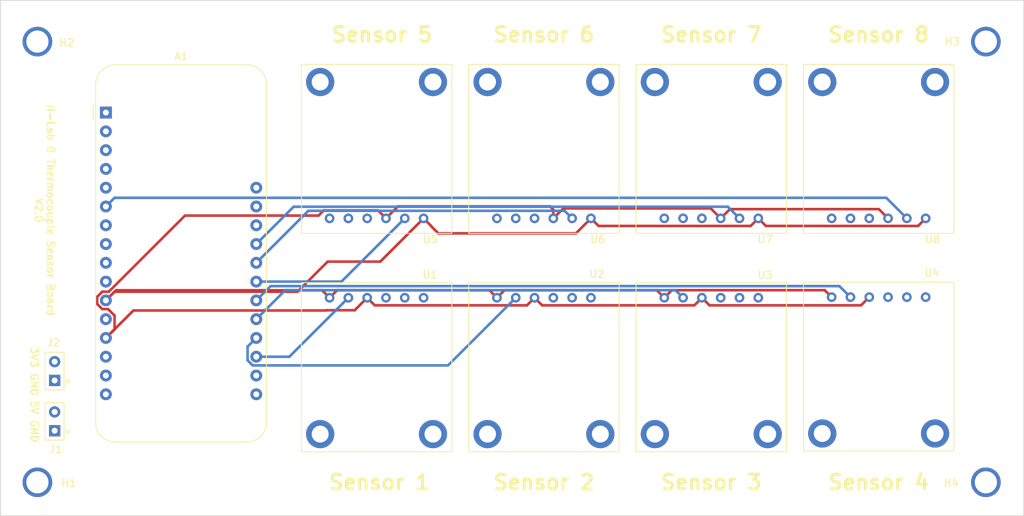
<source format=kicad_pcb>
(kicad_pcb (version 20211014) (generator pcbnew)
  (layers (0 "F.Cu" signal) (1 "In1.Cu" power "GND") (2 "In2.Cu" power "PWR") (31 "B.Cu" signal) (34 "B.Paste" user) (35 "F.Paste" user) (36 "B.SilkS" user "B.Silkscreen") (37 "F.SilkS" user "F.Silkscreen") (38 "B.Mask" user) (39 "F.Mask" user) (44 "Edge.Cuts" user))
  (net 0 "")
  (net 3 "GND")
  (net 6 "MISO")
  (net 8 "SCK")
  (net 13 "SS8")
  (net 16 "+3V3")
  (net 19 "SS7")
  (net 20 "SS6")
  (net 21 "SS5")
  (net 22 "SS4")
  (net 23 "SS3")
  (net 24 "SS2")
  (net 25 "SS1")
  (net 35 "+5V")
  (footprint "max:adafruit_max31855" (layer "F.Cu") (at 121.712 100.55 180)
    (fp_text reference "U2" (at -6.388 8.9 unlocked) (layer "F.SilkS"))
    (fp_text value "MAX31855")
    (fp_rect (start -9.398 -15.1384) (end 10.922 7.7216) (layer "F.SilkS") (width 0.12) (fill none))
    (pad "1" thru_hole circle locked (at -5.588 5.6896 180) (size 1.3 1.3) (drill 0.68) (layers *.Cu *.Mask))
    (pad "2" thru_hole circle locked (at -3.048 5.6896 180) (size 1.3 1.3) (drill 0.68) (layers *.Cu *.Mask) (net 16 "+3V3"))
    (pad "3" thru_hole circle locked (at -0.508 5.6896 180) (size 1.3 1.3) (drill 0.68) (layers *.Cu *.Mask) (net 3 "GND"))
    (pad "4" thru_hole circle locked (at 2.032 5.6896 180) (size 1.3 1.3) (drill 0.68) (layers *.Cu *.Mask) (net 6 "MISO"))
    (pad "5" thru_hole circle locked (at 4.572 5.6896 180) (size 1.3 1.3) (drill 0.68) (layers *.Cu *.Mask) (net 24 "SS2"))
    (pad "6" thru_hole circle locked (at 7.112 5.6896 180) (size 1.3 1.3) (drill 0.68) (layers *.Cu *.Mask) (net 8 "SCK"))
    (pad "SH" thru_hole circle locked (at 8.382 -12.7508 180) (size 3.81 3.81) (drill 2.286) (layers *.Cu *.Mask) (net 3 "GND"))
    (pad "SH" thru_hole circle locked (at -6.858 -12.7508 180) (size 3.81 3.81) (drill 2.286) (layers *.Cu *.Mask) (net 3 "GND"))
  )
  (footprint "max:adafruit_max31855" (layer "F.Cu") (at 165.412 78.4332)
    (fp_text reference "U8" (at 8.0264 8.5344 unlocked) (layer "F.SilkS"))
    (fp_text value "MAX31855")
    (fp_rect (start -9.398 -15.1384) (end 10.922 7.7216) (layer "F.SilkS") (width 0.12) (fill none))
    (pad "1" thru_hole circle locked (at -5.588 5.6896) (size 1.3 1.3) (drill 0.68) (layers *.Cu *.Mask))
    (pad "2" thru_hole circle locked (at -3.048 5.6896) (size 1.3 1.3) (drill 0.68) (layers *.Cu *.Mask) (net 16 "+3V3"))
    (pad "3" thru_hole circle locked (at -0.508 5.6896) (size 1.3 1.3) (drill 0.68) (layers *.Cu *.Mask) (net 3 "GND"))
    (pad "4" thru_hole circle locked (at 2.032 5.6896) (size 1.3 1.3) (drill 0.68) (layers *.Cu *.Mask) (net 6 "MISO"))
    (pad "5" thru_hole circle locked (at 4.572 5.6896) (size 1.3 1.3) (drill 0.68) (layers *.Cu *.Mask) (net 13 "SS8"))
    (pad "6" thru_hole circle locked (at 7.112 5.6896) (size 1.3 1.3) (drill 0.68) (layers *.Cu *.Mask) (net 8 "SCK"))
    (pad "SH" thru_hole circle locked (at 8.382 -12.7508) (size 3.81 3.81) (drill 2.286) (layers *.Cu *.Mask) (net 3 "GND"))
    (pad "SH" thru_hole circle locked (at -6.858 -12.7508) (size 3.81 3.81) (drill 2.286) (layers *.Cu *.Mask) (net 3 "GND"))
  )
  (footprint "max:adafruit_max31855" (layer "F.Cu") (at 99.1 100.55 180)
    (fp_text reference "U1" (at -6.45 8.825 unlocked) (layer "F.SilkS"))
    (fp_text value "MAX31855")
    (fp_rect (start -9.398 -15.1384) (end 10.922 7.7216) (layer "F.SilkS") (width 0.12) (fill none))
    (pad "1" thru_hole circle locked (at -5.588 5.6896 180) (size 1.3 1.3) (drill 0.68) (layers *.Cu *.Mask))
    (pad "2" thru_hole circle locked (at -3.048 5.6896 180) (size 1.3 1.3) (drill 0.68) (layers *.Cu *.Mask) (net 16 "+3V3"))
    (pad "3" thru_hole circle locked (at -0.508 5.6896 180) (size 1.3 1.3) (drill 0.68) (layers *.Cu *.Mask) (net 3 "GND"))
    (pad "4" thru_hole circle locked (at 2.032 5.6896 180) (size 1.3 1.3) (drill 0.68) (layers *.Cu *.Mask) (net 6 "MISO"))
    (pad "5" thru_hole circle locked (at 4.572 5.6896 180) (size 1.3 1.3) (drill 0.68) (layers *.Cu *.Mask) (net 25 "SS1"))
    (pad "6" thru_hole circle locked (at 7.112 5.6896 180) (size 1.3 1.3) (drill 0.68) (layers *.Cu *.Mask) (net 8 "SCK"))
    (pad "SH" thru_hole circle locked (at 8.382 -12.7508 180) (size 3.81 3.81) (drill 2.286) (layers *.Cu *.Mask) (net 3 "GND"))
    (pad "SH" thru_hole circle locked (at -6.858 -12.7508 180) (size 3.81 3.81) (drill 2.286) (layers *.Cu *.Mask) (net 3 "GND"))
  )
  (footprint "max:adafruit_max31855" (layer "F.Cu") (at 144.324 100.55 180)
    (fp_text reference "U3" (at -6.526 8.75 unlocked) (layer "F.SilkS"))
    (fp_text value "MAX31855")
    (fp_rect (start -9.398 -15.1384) (end 10.922 7.7216) (layer "F.SilkS") (width 0.12) (fill none))
    (pad "1" thru_hole circle locked (at -5.588 5.6896 180) (size 1.3 1.3) (drill 0.68) (layers *.Cu *.Mask))
    (pad "2" thru_hole circle locked (at -3.048 5.6896 180) (size 1.3 1.3) (drill 0.68) (layers *.Cu *.Mask) (net 16 "+3V3"))
    (pad "3" thru_hole circle locked (at -0.508 5.6896 180) (size 1.3 1.3) (drill 0.68) (layers *.Cu *.Mask) (net 3 "GND"))
    (pad "4" thru_hole circle locked (at 2.032 5.6896 180) (size 1.3 1.3) (drill 0.68) (layers *.Cu *.Mask) (net 6 "MISO"))
    (pad "5" thru_hole circle locked (at 4.572 5.6896 180) (size 1.3 1.3) (drill 0.68) (layers *.Cu *.Mask) (net 23 "SS3"))
    (pad "6" thru_hole circle locked (at 7.112 5.6896 180) (size 1.3 1.3) (drill 0.68) (layers *.Cu *.Mask) (net 8 "SCK"))
    (pad "SH" thru_hole circle locked (at 8.382 -12.7508 180) (size 3.81 3.81) (drill 2.286) (layers *.Cu *.Mask) (net 3 "GND"))
    (pad "SH" thru_hole circle locked (at -6.858 -12.7508 180) (size 3.81 3.81) (drill 2.286) (layers *.Cu *.Mask) (net 3 "GND"))
  )
  (footprint "max:adafruit_max31855" (layer "F.Cu") (at 166.936 100.4666 180)
    (fp_text reference "U4" (at -6.439 8.9666 unlocked) (layer "F.SilkS"))
    (fp_text value "MAX31855")
    (fp_rect (start -9.398 -15.1384) (end 10.922 7.7216) (layer "F.SilkS") (width 0.12) (fill none))
    (pad "1" thru_hole circle locked (at -5.588 5.6896 180) (size 1.3 1.3) (drill 0.68) (layers *.Cu *.Mask))
    (pad "2" thru_hole circle locked (at -3.048 5.6896 180) (size 1.3 1.3) (drill 0.68) (layers *.Cu *.Mask) (net 16 "+3V3"))
    (pad "3" thru_hole circle locked (at -0.508 5.6896 180) (size 1.3 1.3) (drill 0.68) (layers *.Cu *.Mask) (net 3 "GND"))
    (pad "4" thru_hole circle locked (at 2.032 5.6896 180) (size 1.3 1.3) (drill 0.68) (layers *.Cu *.Mask) (net 6 "MISO"))
    (pad "5" thru_hole circle locked (at 4.572 5.6896 180) (size 1.3 1.3) (drill 0.68) (layers *.Cu *.Mask) (net 22 "SS4"))
    (pad "6" thru_hole circle locked (at 7.112 5.6896 180) (size 1.3 1.3) (drill 0.68) (layers *.Cu *.Mask) (net 8 "SCK"))
    (pad "SH" thru_hole circle locked (at -6.858 -12.7508 180) (size 3.81 3.81) (drill 2.286) (layers *.Cu *.Mask) (net 3 "GND"))
    (pad "SH" thru_hole circle locked (at 8.382 -12.7508 180) (size 3.81 3.81) (drill 2.286) (layers *.Cu *.Mask) (net 3 "GND"))
  )
  (footprint "max:adafruit_max31855" (layer "F.Cu") (at 142.8 78.4332)
    (fp_text reference "U7" (at 8.0264 8.5344 unlocked) (layer "F.SilkS"))
    (fp_text value "MAX31855")
    (fp_rect (start -9.398 -15.1384) (end 10.922 7.7216) (layer "F.SilkS") (width 0.12) (fill none))
    (pad "1" thru_hole circle locked (at -5.588 5.6896) (size 1.3 1.3) (drill 0.68) (layers *.Cu *.Mask))
    (pad "2" thru_hole circle locked (at -3.048 5.6896) (size 1.3 1.3) (drill 0.68) (layers *.Cu *.Mask) (net 16 "+3V3"))
    (pad "3" thru_hole circle locked (at -0.508 5.6896) (size 1.3 1.3) (drill 0.68) (layers *.Cu *.Mask) (net 3 "GND"))
    (pad "4" thru_hole circle locked (at 2.032 5.6896) (size 1.3 1.3) (drill 0.68) (layers *.Cu *.Mask) (net 6 "MISO"))
    (pad "5" thru_hole circle locked (at 4.572 5.6896) (size 1.3 1.3) (drill 0.68) (layers *.Cu *.Mask) (net 19 "SS7"))
    (pad "6" thru_hole circle locked (at 7.112 5.6896) (size 1.3 1.3) (drill 0.68) (layers *.Cu *.Mask) (net 8 "SCK"))
    (pad "SH" thru_hole circle locked (at 8.382 -12.7508) (size 3.81 3.81) (drill 2.286) (layers *.Cu *.Mask) (net 3 "GND"))
    (pad "SH" thru_hole circle locked (at -6.858 -12.7508) (size 3.81 3.81) (drill 2.286) (layers *.Cu *.Mask) (net 3 "GND"))
  )
  (footprint "mounting_holes:3mm_hole" (layer "F.Cu") (at 58.9434 117.2766)
    (fp_text reference "H1" (at -2.1934 2.6484 unlocked) (layer "F.SilkS"))
    (fp_text value "Conn_01x01")
    (pad "1" thru_hole circle locked (at -6.4314 2.54) (size 4 4) (drill 3) (layers *.Cu *.Mask) (net 3 "GND"))
  )
  (footprint "mounting_holes:3mm_hole" (layer "F.Cu") (at 52.9184 57.6766)
    (fp_text reference "H2" (at 3.5316 2.6984 unlocked) (layer "F.SilkS"))
    (fp_text value "Conn_01x01")
    (pad "1" thru_hole circle locked (at -0.4064 2.54) (size 4 4) (drill 3) (layers *.Cu *.Mask) (net 3 "GND"))
  )
  (footprint "mcu:Adafruit_Feather" (layer "F.Cu") (at 61.762 69.8166)
    (fp_text reference "A1" (at 10.16 -7.62) (layer "F.SilkS"))
    (fp_text value "Adafruit_Feather_Generic")
    (fp_line (start 19.05 44.56) (end 1.27 44.56) (layer "F.SilkS") (width 0.12))
    (fp_line (start -1.38 -3.81) (end -1.38 41.91) (layer "F.SilkS") (width 0.12))
    (fp_line (start -1.7 1) (end -1.7 -1) (layer "F.SilkS") (width 0.12))
    (fp_line (start 21.7 -3.81) (end 21.7 41.91) (layer "F.SilkS") (width 0.12))
    (fp_line (start 19.05 -6.46) (end 1.27 -6.46) (layer "F.SilkS") (width 0.12))
    (fp_arc (start -1.38 -3.81) (mid -0.603833 -5.683833) (end 1.27 -6.46) (layer "F.SilkS") (width 0.12))
    (fp_arc (start 21.7 41.91) (mid 20.923833 43.783833) (end 19.05 44.56) (layer "F.SilkS") (width 0.12))
    (fp_arc (start 19.05 -6.46) (mid 20.923833 -5.683833) (end 21.7 -3.81) (layer "F.SilkS") (width 0.12))
    (fp_arc (start 1.27 44.56) (mid -0.603833 43.783833) (end -1.38 41.91) (layer "F.SilkS") (width 0.12))
    (pad "1" thru_hole rect locked (at 0 0 180) (size 1.6 1.6) (drill 0.8) (layers *.Cu *.Mask))
    (pad "2" thru_hole circle locked (at 0 2.54 180) (size 1.6 1.6) (drill 0.8) (layers *.Cu *.Mask) (net 16 "+3V3"))
    (pad "3" thru_hole circle locked (at 0 5.08 180) (size 1.6 1.6) (drill 0.8) (layers *.Cu *.Mask))
    (pad "4" thru_hole circle locked (at 0 7.62 180) (size 1.6 1.6) (drill 0.8) (layers *.Cu *.Mask) (net 3 "GND"))
    (pad "5" thru_hole circle locked (at 0 10.16 180) (size 1.6 1.6) (drill 0.8) (layers *.Cu *.Mask))
    (pad "6" thru_hole circle locked (at 0 12.7 180) (size 1.6 1.6) (drill 0.8) (layers *.Cu *.Mask) (net 13 "SS8"))
    (pad "7" thru_hole circle locked (at 0 15.24 180) (size 1.6 1.6) (drill 0.8) (layers *.Cu *.Mask))
    (pad "8" thru_hole circle locked (at 0 17.78 180) (size 1.6 1.6) (drill 0.8) (layers *.Cu *.Mask))
    (pad "9" thru_hole circle locked (at 0 20.32 180) (size 1.6 1.6) (drill 0.8) (layers *.Cu *.Mask))
    (pad "10" thru_hole circle locked (at 0 22.86 180) (size 1.6 1.6) (drill 0.8) (layers *.Cu *.Mask))
    (pad "11" thru_hole circle locked (at 0 25.4 180) (size 1.6 1.6) (drill 0.8) (layers *.Cu *.Mask) (net 8 "SCK"))
    (pad "12" thru_hole circle locked (at 0 27.94 180) (size 1.6 1.6) (drill 0.8) (layers *.Cu *.Mask))
    (pad "13" thru_hole circle locked (at 0 30.48 180) (size 1.6 1.6) (drill 0.8) (layers *.Cu *.Mask) (net 6 "MISO"))
    (pad "14" thru_hole circle locked (at 0 33.02 180) (size 1.6 1.6) (drill 0.8) (layers *.Cu *.Mask))
    (pad "15" thru_hole circle locked (at 0 35.56 180) (size 1.6 1.6) (drill 0.8) (layers *.Cu *.Mask))
    (pad "16" thru_hole circle locked (at 0 38.1 180) (size 1.6 1.6) (drill 0.8) (layers *.Cu *.Mask))
    (pad "17" thru_hole circle locked (at 20.32 38.1 180) (size 1.6 1.6) (drill 0.8) (layers *.Cu *.Mask))
    (pad "18" thru_hole circle locked (at 20.32 35.56 180) (size 1.6 1.6) (drill 0.8) (layers *.Cu *.Mask))
    (pad "19" thru_hole circle locked (at 20.32 33.02 180) (size 1.6 1.6) (drill 0.8) (layers *.Cu *.Mask) (net 25 "SS1"))
    (pad "20" thru_hole circle locked (at 20.32 30.48 180) (size 1.6 1.6) (drill 0.8) (layers *.Cu *.Mask) (net 24 "SS2"))
    (pad "21" thru_hole circle locked (at 20.32 27.94 180) (size 1.6 1.6) (drill 0.8) (layers *.Cu *.Mask) (net 23 "SS3"))
    (pad "22" thru_hole circle locked (at 20.32 25.4 180) (size 1.6 1.6) (drill 0.8) (layers *.Cu *.Mask) (net 22 "SS4"))
    (pad "23" thru_hole circle locked (at 20.32 22.86 180) (size 1.6 1.6) (drill 0.8) (layers *.Cu *.Mask) (net 21 "SS5"))
    (pad "24" thru_hole circle locked (at 20.32 20.32 180) (size 1.6 1.6) (drill 0.8) (layers *.Cu *.Mask) (net 20 "SS6"))
    (pad "25" thru_hole circle locked (at 20.32 17.78 180) (size 1.6 1.6) (drill 0.8) (layers *.Cu *.Mask) (net 19 "SS7"))
    (pad "26" thru_hole circle locked (at 20.32 15.24 180) (size 1.6 1.6) (drill 0.8) (layers *.Cu *.Mask) (net 35 "+5V"))
    (pad "27" thru_hole circle locked (at 20.32 12.7 180) (size 1.6 1.6) (drill 0.8) (layers *.Cu *.Mask))
    (pad "28" thru_hole circle locked (at 20.32 10.16 180) (size 1.6 1.6) (drill 0.8) (layers *.Cu *.Mask))
  )
  (footprint "max:adafruit_max31855" (layer "F.Cu") (at 97.576 78.4332)
    (fp_text reference "U5" (at 8.0264 8.5344 unlocked) (layer "F.SilkS"))
    (fp_text value "MAX31855")
    (fp_rect (start -9.398 -15.1384) (end 10.922 7.7216) (layer "F.SilkS") (width 0.12) (fill none))
    (pad "1" thru_hole circle locked (at -5.588 5.6896) (size 1.3 1.3) (drill 0.68) (layers *.Cu *.Mask))
    (pad "2" thru_hole circle locked (at -3.048 5.6896) (size 1.3 1.3) (drill 0.68) (layers *.Cu *.Mask) (net 16 "+3V3"))
    (pad "3" thru_hole circle locked (at -0.508 5.6896) (size 1.3 1.3) (drill 0.68) (layers *.Cu *.Mask) (net 3 "GND"))
    (pad "4" thru_hole circle locked (at 2.032 5.6896) (size 1.3 1.3) (drill 0.68) (layers *.Cu *.Mask) (net 6 "MISO"))
    (pad "5" thru_hole circle locked (at 4.572 5.6896) (size 1.3 1.3) (drill 0.68) (layers *.Cu *.Mask) (net 21 "SS5"))
    (pad "6" thru_hole circle locked (at 7.112 5.6896) (size 1.3 1.3) (drill 0.68) (layers *.Cu *.Mask) (net 8 "SCK"))
    (pad "SH" thru_hole circle locked (at -6.858 -12.7508) (size 3.81 3.81) (drill 2.286) (layers *.Cu *.Mask) (net 3 "GND"))
    (pad "SH" thru_hole circle locked (at 8.382 -12.7508) (size 3.81 3.81) (drill 2.286) (layers *.Cu *.Mask) (net 3 "GND"))
  )
  (footprint "mounting_holes:3mm_hole" (layer "F.Cu") (at 68.9684 117.2416)
    (fp_text reference "H4" (at 107.0066 2.6834 unlocked) (layer "F.SilkS"))
    (fp_text value "Conn_01x01")
    (pad "1" thru_hole circle locked (at 111.6936 2.575) (size 4 4) (drill 3) (layers *.Cu *.Mask) (net 3 "GND"))
  )
  (footprint "mounting_holes:3mm_hole" (layer "F.Cu") (at 181.0684 57.6016)
    (fp_text reference "H3" (at -4.9434 2.6234 unlocked) (layer "F.SilkS"))
    (fp_text value "Conn_01x01")
    (pad "1" thru_hole circle locked (at -0.4064 2.615) (size 4 4) (drill 3) (layers *.Cu *.Mask) (net 3 "GND"))
  )
  (footprint "max:adafruit_max31855" (layer "F.Cu") (at 120.188 78.4332)
    (fp_text reference "U6" (at 8.0264 8.5344 unlocked) (layer "F.SilkS"))
    (fp_text value "MAX31855")
    (fp_rect (start -9.398 -15.1384) (end 10.922 7.7216) (layer "F.SilkS") (width 0.12) (fill none))
    (pad "1" thru_hole circle locked (at -5.588 5.6896) (size 1.3 1.3) (drill 0.68) (layers *.Cu *.Mask))
    (pad "2" thru_hole circle locked (at -3.048 5.6896) (size 1.3 1.3) (drill 0.68) (layers *.Cu *.Mask) (net 16 "+3V3"))
    (pad "3" thru_hole circle locked (at -0.508 5.6896) (size 1.3 1.3) (drill 0.68) (layers *.Cu *.Mask) (net 3 "GND"))
    (pad "4" thru_hole circle locked (at 2.032 5.6896) (size 1.3 1.3) (drill 0.68) (layers *.Cu *.Mask) (net 6 "MISO"))
    (pad "5" thru_hole circle locked (at 4.572 5.6896) (size 1.3 1.3) (drill 0.68) (layers *.Cu *.Mask) (net 20 "SS6"))
    (pad "6" thru_hole circle locked (at 7.112 5.6896) (size 1.3 1.3) (drill 0.68) (layers *.Cu *.Mask) (net 8 "SCK"))
    (pad "SH" thru_hole circle locked (at 8.382 -12.7508) (size 3.81 3.81) (drill 2.286) (layers *.Cu *.Mask) (net 3 "GND"))
    (pad "SH" thru_hole circle locked (at -6.858 -12.7508) (size 3.81 3.81) (drill 2.286) (layers *.Cu *.Mask) (net 3 "GND"))
  )
  (footprint "dupont_connectors:dupont2x1" (layer "F.Cu") (at 52.3 110.3 90)
    (fp_text reference "J1" (at -5.05 2.7 180) (layer "F.SilkS"))
    (fp_text value "5V Vin")
    (fp_line (start 1.27 3.81) (end -3.81 3.81) (layer "F.SilkS") (width 0.12))
    (fp_line (start 1.27 1.27) (end 1.27 3.81) (layer "F.SilkS") (width 0.12))
    (fp_line (start -3.81 1.27) (end 1.27 1.27) (layer "F.SilkS") (width 0.12))
    (fp_line (start -3.81 3.81) (end -3.81 1.27) (layer "F.SilkS") (width 0.12))
    (fp_circle (center -2.6416 4.318) (end -2.54 4.5212) (layer "F.SilkS") (width 0.12) (fill none))
    (pad "1" thru_hole rect (at -2.54 2.54 90) (size 1.524 1.524) (drill 0.8) (layers *.Cu *.Mask) (net 3 "GND"))
    (pad "2" thru_hole circle (at 0 2.54 90) (size 1.524 1.524) (drill 0.8) (layers *.Cu *.Mask) (net 35 "+5V"))
  )
  (footprint "dupont_connectors:dupont2x1" (layer "F.Cu") (at 52.3 103.505 90)
    (fp_text reference "J2" (at 2.575 2.375) (layer "F.SilkS"))
    (fp_text value "3V3 Vin")
    (fp_line (start 1.27 3.81) (end -3.81 3.81) (layer "F.SilkS") (width 0.12))
    (fp_line (start 1.27 1.27) (end 1.27 3.81) (layer "F.SilkS") (width 0.12))
    (fp_line (start -3.81 3.81) (end -3.81 1.27) (layer "F.SilkS") (width 0.12))
    (fp_line (start -3.81 1.27) (end 1.27 1.27) (layer "F.SilkS") (width 0.12))
    (fp_circle (center -2.6416 4.318) (end -2.54 4.5212) (layer "F.SilkS") (width 0.12) (fill none))
    (pad "1" thru_hole rect (at -2.54 2.54 90) (size 1.524 1.524) (drill 0.8) (layers *.Cu *.Mask) (net 3 "GND"))
    (pad "2" thru_hole circle (at 0 2.54 90) (size 1.524 1.524) (drill 0.8) (layers *.Cu *.Mask) (net 16 "+3V3"))
  )
  (gr_rect (start 47.537 54.6416) (end 185.787 124.3416) (layer "Edge.Cuts") (width 0.1) (fill none))
  (gr_text "Sensor 4" (at 166.174 119.825) (layer "F.SilkS") (effects (font (size 2 2) (thickness 0.4))))
  (gr_text "Sensor 3" (at 143.562 119.825) (layer "F.SilkS") (effects (font (size 2 2) (thickness 0.4))))
  (gr_text "Sensor 8" (at 166.174 59.275) (layer "F.SilkS") (effects (font (size 2 2) (thickness 0.4))))
  (gr_text "Sensor 6" (at 120.95 59.275) (layer "F.SilkS") (effects (font (size 2 2) (thickness 0.4))))
  (gr_text "II-Lab 8 Thermocouple Sensor Board\nV2.0" (at 53.5 83.025 270) (layer "F.SilkS") (effects (font (size 1 1) (thickness 0.2))))
  (gr_text "Sensor 5" (at 99.075 59.275) (layer "F.SilkS") (effects (font (size 2 2) (thickness 0.4))))
  (gr_text "Sensor 1" (at 98.725 119.825) (layer "F.SilkS") (effects (font (size 2 2) (thickness 0.4))))
  (gr_text "Sensor 7" (at 143.562 59.275) (layer "F.SilkS") (effects (font (size 2 2) (thickness 0.4))))
  (gr_text "3V3 GND" (at 52.1 104.83 -90) (layer "F.SilkS") (effects (font (size 1 1) (thickness 0.2))))
  (gr_text "5V GND" (at 52.114592 111.6116 -90) (layer "F.SilkS") (effects (font (size 1 1) (thickness 0.2))))
  (gr_text "Sensor 2" (at 120.95 119.825) (layer "F.SilkS") (effects (font (size 2 2) (thickness 0.4))))
  (segment (start 62.936511 97.270101) (end 62.057521 96.391111) (width 0.35) (layer "F.Cu") (net 6))
  (segment (start 101.2308 82.5) (end 121.775 82.5) (width 0.35) (layer "F.Cu") (net 6))
  (segment (start 61.762 100.2966) (end 62.936511 99.122089) (width 0.35) (layer "F.Cu") (net 6))
  (segment (start 98.092511 95.884911) (end 118.655489 95.884911) (width 0.35) (layer "F.Cu") (net 6))
  (segment (start 62.936511 99.122089) (end 62.936511 97.270101) (width 0.35) (layer "F.Cu") (net 6))
  (segment (start 122.22 82.945) (end 122.22 84.1228) (width 0.35) (layer "F.Cu") (net 6))
  (segment (start 141.267489 95.884911) (end 142.292 94.8604) (width 0.35) (layer "F.Cu") (net 6))
  (segment (start 120.704511 95.884911) (end 141.267489 95.884911) (width 0.35) (layer "F.Cu") (net 6))
  (segment (start 60.587489 94.730101) (end 61.275501 94.042089) (width 0.35) (layer "F.Cu") (net 6))
  (segment (start 91.2 83.05) (end 98.5352 83.05) (width 0.35) (layer "F.Cu") (net 6))
  (segment (start 98.5352 83.05) (end 99.608 84.1228) (width 0.35) (layer "F.Cu") (net 6))
  (segment (start 95.3784 96.55) (end 97.068 94.8604) (width 0.35) (layer "F.Cu") (net 6))
  (segment (start 144.832 84.1228) (end 146.0798 82.875) (width 0.35) (layer "F.Cu") (net 6))
  (segment (start 163.796089 95.884911) (end 164.904 94.777) (width 0.35) (layer "F.Cu") (net 6))
  (segment (start 118.655489 95.884911) (end 119.68 94.8604) (width 0.35) (layer "F.Cu") (net 6))
  (segment (start 119.68 94.8604) (end 120.704511 95.884911) (width 0.35) (layer "F.Cu") (net 6))
  (segment (start 61.275501 96.391111) (end 60.587489 95.703099) (width 0.35) (layer "F.Cu") (net 6))
  (segment (start 91.542911 96.582089) (end 91.575 96.55) (width 0.35) (layer "F.Cu") (net 6))
  (segment (start 143.4842 82.775) (end 144.832 84.1228) (width 0.35) (layer "F.Cu") (net 6))
  (segment (start 61.762 100.2966) (end 65.476511 96.582089) (width 0.35) (layer "F.Cu") (net 6))
  (segment (start 62.159373 94.042089) (end 72.451462 83.75) (width 0.35) (layer "F.Cu") (net 6))
  (segment (start 166.1962 82.875) (end 167.444 84.1228) (width 0.35) (layer "F.Cu") (net 6))
  (segment (start 99.608 84.1228) (end 101.2308 82.5) (width 0.35) (layer "F.Cu") (net 6))
  (segment (start 142.292 94.8604) (end 143.316511 95.884911) (width 0.35) (layer "F.Cu") (net 6))
  (segment (start 122.22 84.1228) (end 123.5678 82.775) (width 0.35) (layer "F.Cu") (net 6))
  (segment (start 97.068 94.8604) (end 98.092511 95.884911) (width 0.35) (layer "F.Cu") (net 6))
  (segment (start 143.316511 95.884911) (end 163.796089 95.884911) (width 0.35) (layer "F.Cu") (net 6))
  (segment (start 65.476511 96.582089) (end 91.542911 96.582089) (width 0.35) (layer "F.Cu") (net 6))
  (segment (start 121.775 82.5) (end 122.22 82.945) (width 0.35) (layer "F.Cu") (net 6))
  (segment (start 146.0798 82.875) (end 166.1962 82.875) (width 0.35) (layer "F.Cu") (net 6))
  (segment (start 72.451462 83.75) (end 90.5 83.75) (width 0.35) (layer "F.Cu") (net 6))
  (segment (start 123.5678 82.775) (end 143.4842 82.775) (width 0.35) (layer "F.Cu") (net 6))
  (segment (start 61.275501 94.042089) (end 62.159373 94.042089) (width 0.35) (layer "F.Cu") (net 6))
  (segment (start 90.5 83.75) (end 91.2 83.05) (width 0.35) (layer "F.Cu") (net 6))
  (segment (start 60.587489 95.703099) (end 60.587489 94.730101) (width 0.35) (layer "F.Cu") (net 6))
  (segment (start 62.057521 96.391111) (end 61.275501 96.391111) (width 0.35) (layer "F.Cu") (net 6))
  (segment (start 91.575 96.55) (end 95.3784 96.55) (width 0.35) (layer "F.Cu") (net 6))
  (segment (start 61.762 95.2166) (end 62.936511 94.042089) (width 0.35) (layer "F.Cu") (net 8))
  (segment (start 62.936511 94.042089) (end 87.657911 94.042089) (width 0.35) (layer "F.Cu") (net 8))
  (segment (start 148.887489 85.147311) (end 149.912 84.1228) (width 0.35) (layer "F.Cu") (net 8))
  (segment (start 128.324511 85.147311) (end 148.887489 85.147311) (width 0.35) (layer "F.Cu") (net 8))
  (segment (start 91.725 89.975) (end 98.8358 89.975) (width 0.35) (layer "F.Cu") (net 8))
  (segment (start 137.212 94.8604) (end 138.236511 93.835889) (width 0.35) (layer "F.Cu") (net 8))
  (segment (start 115.624511 93.835889) (end 136.187489 93.835889) (width 0.35) (layer "F.Cu") (net 8))
  (segment (start 113.575489 93.835889) (end 114.6 94.8604) (width 0.35) (layer "F.Cu") (net 8))
  (segment (start 150.936511 85.147311) (end 171.499489 85.147311) (width 0.35) (layer "F.Cu") (net 8))
  (segment (start 105.712511 85.147311) (end 105.712511 85.187511) (width 0.35) (layer "F.Cu") (net 8))
  (segment (start 104.688 84.1228) (end 105.712511 85.147311) (width 0.35) (layer "F.Cu") (net 8))
  (segment (start 125.2728 86.15) (end 127.3 84.1228) (width 0.35) (layer "F.Cu") (net 8))
  (segment (start 127.3 84.1228) (end 128.324511 85.147311) (width 0.35) (layer "F.Cu") (net 8))
  (segment (start 106.675 86.15) (end 125.2728 86.15) (width 0.35) (layer "F.Cu") (net 8))
  (segment (start 98.8358 89.975) (end 104.688 84.1228) (width 0.35) (layer "F.Cu") (net 8))
  (segment (start 158.882889 93.835889) (end 159.824 94.777) (width 0.35) (layer "F.Cu") (net 8))
  (segment (start 149.912 84.1228) (end 150.936511 85.147311) (width 0.35) (layer "F.Cu") (net 8))
  (segment (start 61.762 95.2166) (end 63.127489 93.851111) (width 0.35) (layer "F.Cu") (net 8))
  (segment (start 105.712511 85.187511) (end 106.675 86.15) (width 0.35) (layer "F.Cu") (net 8))
  (segment (start 171.499489 85.147311) (end 172.524 84.1228) (width 0.35) (layer "F.Cu") (net 8))
  (segment (start 63.127489 93.851111) (end 90.978711 93.851111) (width 0.35) (layer "F.Cu") (net 8))
  (segment (start 93.012511 93.835889) (end 113.575489 93.835889) (width 0.35) (layer "F.Cu") (net 8))
  (segment (start 136.187489 93.835889) (end 137.212 94.8604) (width 0.35) (layer "F.Cu") (net 8))
  (segment (start 87.657911 94.042089) (end 91.725 89.975) (width 0.35) (layer "F.Cu") (net 8))
  (segment (start 91.988 94.8604) (end 93.012511 93.835889) (width 0.35) (layer "F.Cu") (net 8))
  (segment (start 138.236511 93.835889) (end 158.882889 93.835889) (width 0.35) (layer "F.Cu") (net 8))
  (segment (start 90.978711 93.851111) (end 91.988 94.8604) (width 0.35) (layer "F.Cu") (net 8))
  (segment (start 114.6 94.8604) (end 115.624511 93.835889) (width 0.35) (layer "F.Cu") (net 8))
  (segment (start 167.203289 81.342089) (end 169.984 84.1228) (width 0.35) (layer "B.Cu") (net 13))
  (segment (start 61.762 82.5166) (end 62.936511 81.342089) (width 0.35) (layer "B.Cu") (net 13))
  (segment (start 62.936511 81.342089) (end 167.203289 81.342089) (width 0.35) (layer "B.Cu") (net 13))
  (segment (start 82.082 87.5966) (end 87.129831 82.548769) (width 0.35) (layer "B.Cu") (net 19))
  (segment (start 87.129831 82.548769) (end 145.797969 82.548769) (width 0.35) (layer "B.Cu") (net 19))
  (segment (start 145.797969 82.548769) (end 147.372 84.1228) (width 0.35) (layer "B.Cu") (net 19))
  (segment (start 82.082 90.1366) (end 89.120311 83.098289) (width 0.35) (layer "B.Cu") (net 20))
  (segment (start 123.735489 83.098289) (end 124.76 84.1228) (width 0.35) (layer "B.Cu") (net 20))
  (segment (start 89.120311 83.098289) (end 123.735489 83.098289) (width 0.35) (layer "B.Cu") (net 20))
  (segment (start 82.082 92.6766) (end 93.5942 92.6766) (width 0.35) (layer "B.Cu") (net 21))
  (segment (start 93.5942 92.6766) (end 102.148 84.1228) (width 0.35) (layer "B.Cu") (net 21))
  (segment (start 82.082 95.2166) (end 84.012231 93.286369) (width 0.35) (layer "B.Cu") (net 22))
  (segment (start 84.012231 93.286369) (end 160.873369 93.286369) (width 0.35) (layer "B.Cu") (net 22))
  (segment (start 160.873369 93.286369) (end 162.364 94.777) (width 0.35) (layer "B.Cu") (net 22))
  (segment (start 82.082 97.7566) (end 86.002711 93.835889) (width 0.35) (layer "B.Cu") (net 23))
  (segment (start 86.002711 93.835889) (end 138.727489 93.835889) (width 0.35) (layer "B.Cu") (net 23))
  (segment (start 138.727489 93.835889) (end 139.752 94.8604) (width 0.35) (layer "B.Cu") (net 23))
  (segment (start 80.907489 103.323099) (end 81.595501 104.011111) (width 0.35) (layer "B.Cu") (net 24))
  (segment (start 107.989289 104.011111) (end 117.14 94.8604) (width 0.35) (layer "B.Cu") (net 24))
  (segment (start 81.595501 104.011111) (end 107.989289 104.011111) (width 0.35) (layer "B.Cu") (net 24))
  (segment (start 80.907489 101.471111) (end 80.907489 103.323099) (width 0.35) (layer "B.Cu") (net 24))
  (segment (start 82.082 100.2966) (end 80.907489 101.471111) (width 0.35) (layer "B.Cu") (net 24))
  (segment (start 82.082 102.8366) (end 86.5518 102.8366) (width 0.35) (layer "B.Cu") (net 25))
  (segment (start 86.5518 102.8366) (end 94.528 94.8604) (width 0.35) (layer "B.Cu") (net 25))
)
</source>
